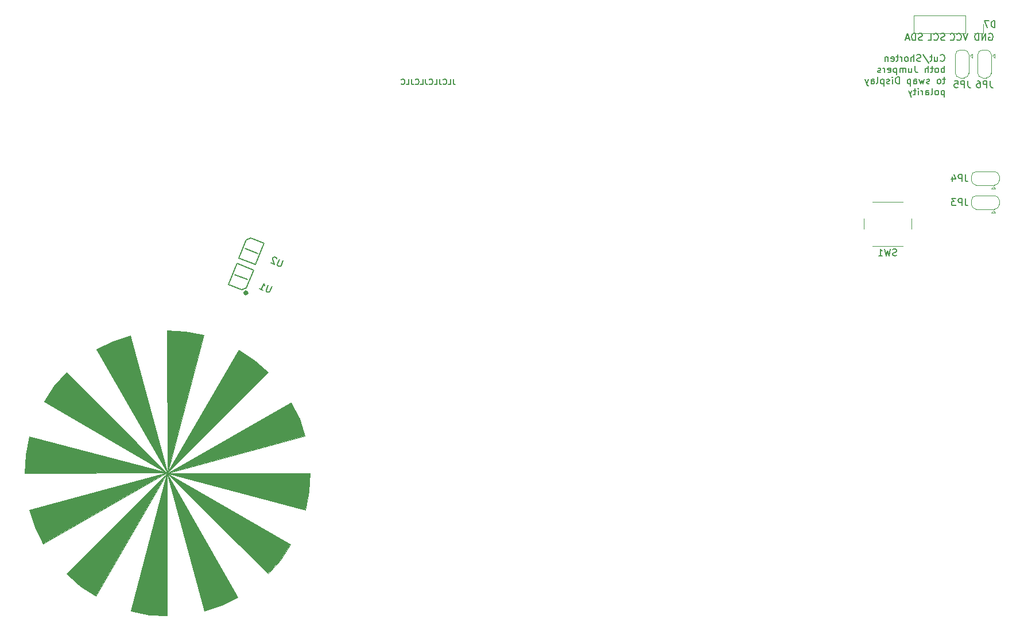
<source format=gbr>
G04 #@! TF.GenerationSoftware,KiCad,Pcbnew,(5.1.5-0-10_14)*
G04 #@! TF.CreationDate,2020-02-25T16:39:45+01:00*
G04 #@! TF.ProjectId,ErnoCCC,45726e6f-4343-4432-9e6b-696361645f70,rev?*
G04 #@! TF.SameCoordinates,Original*
G04 #@! TF.FileFunction,Legend,Bot*
G04 #@! TF.FilePolarity,Positive*
%FSLAX46Y46*%
G04 Gerber Fmt 4.6, Leading zero omitted, Abs format (unit mm)*
G04 Created by KiCad (PCBNEW (5.1.5-0-10_14)) date 2020-02-25 16:39:45*
%MOMM*%
%LPD*%
G04 APERTURE LIST*
%ADD10C,0.150000*%
%ADD11C,0.200000*%
%ADD12C,0.100000*%
%ADD13C,0.120000*%
G04 APERTURE END LIST*
D10*
X200372023Y-29106761D02*
X200229166Y-29154380D01*
X199991071Y-29154380D01*
X199895833Y-29106761D01*
X199848214Y-29059142D01*
X199800595Y-28963904D01*
X199800595Y-28868666D01*
X199848214Y-28773428D01*
X199895833Y-28725809D01*
X199991071Y-28678190D01*
X200181547Y-28630571D01*
X200276785Y-28582952D01*
X200324404Y-28535333D01*
X200372023Y-28440095D01*
X200372023Y-28344857D01*
X200324404Y-28249619D01*
X200276785Y-28202000D01*
X200181547Y-28154380D01*
X199943452Y-28154380D01*
X199800595Y-28202000D01*
X199372023Y-29154380D02*
X199372023Y-28154380D01*
X199133928Y-28154380D01*
X198991071Y-28202000D01*
X198895833Y-28297238D01*
X198848214Y-28392476D01*
X198800595Y-28582952D01*
X198800595Y-28725809D01*
X198848214Y-28916285D01*
X198895833Y-29011523D01*
X198991071Y-29106761D01*
X199133928Y-29154380D01*
X199372023Y-29154380D01*
X198419642Y-28868666D02*
X197943452Y-28868666D01*
X198514880Y-29154380D02*
X198181547Y-28154380D01*
X197848214Y-29154380D01*
X203674023Y-29106761D02*
X203531166Y-29154380D01*
X203293071Y-29154380D01*
X203197833Y-29106761D01*
X203150214Y-29059142D01*
X203102595Y-28963904D01*
X203102595Y-28868666D01*
X203150214Y-28773428D01*
X203197833Y-28725809D01*
X203293071Y-28678190D01*
X203483547Y-28630571D01*
X203578785Y-28582952D01*
X203626404Y-28535333D01*
X203674023Y-28440095D01*
X203674023Y-28344857D01*
X203626404Y-28249619D01*
X203578785Y-28202000D01*
X203483547Y-28154380D01*
X203245452Y-28154380D01*
X203102595Y-28202000D01*
X202102595Y-29059142D02*
X202150214Y-29106761D01*
X202293071Y-29154380D01*
X202388309Y-29154380D01*
X202531166Y-29106761D01*
X202626404Y-29011523D01*
X202674023Y-28916285D01*
X202721642Y-28725809D01*
X202721642Y-28582952D01*
X202674023Y-28392476D01*
X202626404Y-28297238D01*
X202531166Y-28202000D01*
X202388309Y-28154380D01*
X202293071Y-28154380D01*
X202150214Y-28202000D01*
X202102595Y-28249619D01*
X201197833Y-29154380D02*
X201674023Y-29154380D01*
X201674023Y-28154380D01*
X207071261Y-28154380D02*
X206737928Y-29154380D01*
X206404595Y-28154380D01*
X205499833Y-29059142D02*
X205547452Y-29106761D01*
X205690309Y-29154380D01*
X205785547Y-29154380D01*
X205928404Y-29106761D01*
X206023642Y-29011523D01*
X206071261Y-28916285D01*
X206118880Y-28725809D01*
X206118880Y-28582952D01*
X206071261Y-28392476D01*
X206023642Y-28297238D01*
X205928404Y-28202000D01*
X205785547Y-28154380D01*
X205690309Y-28154380D01*
X205547452Y-28202000D01*
X205499833Y-28249619D01*
X204499833Y-29059142D02*
X204547452Y-29106761D01*
X204690309Y-29154380D01*
X204785547Y-29154380D01*
X204928404Y-29106761D01*
X205023642Y-29011523D01*
X205071261Y-28916285D01*
X205118880Y-28725809D01*
X205118880Y-28582952D01*
X205071261Y-28392476D01*
X205023642Y-28297238D01*
X204928404Y-28202000D01*
X204785547Y-28154380D01*
X204690309Y-28154380D01*
X204547452Y-28202000D01*
X204499833Y-28249619D01*
X210214595Y-28202000D02*
X210309833Y-28154380D01*
X210452690Y-28154380D01*
X210595547Y-28202000D01*
X210690785Y-28297238D01*
X210738404Y-28392476D01*
X210786023Y-28582952D01*
X210786023Y-28725809D01*
X210738404Y-28916285D01*
X210690785Y-29011523D01*
X210595547Y-29106761D01*
X210452690Y-29154380D01*
X210357452Y-29154380D01*
X210214595Y-29106761D01*
X210166976Y-29059142D01*
X210166976Y-28725809D01*
X210357452Y-28725809D01*
X209738404Y-29154380D02*
X209738404Y-28154380D01*
X209166976Y-29154380D01*
X209166976Y-28154380D01*
X208690785Y-29154380D02*
X208690785Y-28154380D01*
X208452690Y-28154380D01*
X208309833Y-28202000D01*
X208214595Y-28297238D01*
X208166976Y-28392476D01*
X208119357Y-28582952D01*
X208119357Y-28725809D01*
X208166976Y-28916285D01*
X208214595Y-29011523D01*
X208309833Y-29106761D01*
X208452690Y-29154380D01*
X208690785Y-29154380D01*
D11*
X100774476Y-66246380D02*
X100774476Y-66627333D01*
X100679238Y-66627333D02*
X100679238Y-66246380D01*
X100584000Y-66151142D02*
X100584000Y-66722571D01*
X100488761Y-66627333D02*
X100488761Y-66246380D01*
X100393523Y-66246380D02*
X100393523Y-66627333D01*
X100774476Y-66532095D02*
X100584000Y-66722571D01*
X100393523Y-66532095D01*
X100774476Y-66341619D02*
X100584000Y-66151142D01*
X100393523Y-66341619D01*
X100774476Y-66246380D02*
X100584000Y-66151142D01*
X100393523Y-66246380D01*
X100298285Y-66436857D01*
X100393523Y-66627333D01*
X100584000Y-66722571D01*
X100774476Y-66627333D01*
X100869714Y-66436857D01*
X100774476Y-66246380D01*
D10*
X203054976Y-32172142D02*
X203102595Y-32219761D01*
X203245452Y-32267380D01*
X203340690Y-32267380D01*
X203483547Y-32219761D01*
X203578785Y-32124523D01*
X203626404Y-32029285D01*
X203674023Y-31838809D01*
X203674023Y-31695952D01*
X203626404Y-31505476D01*
X203578785Y-31410238D01*
X203483547Y-31315000D01*
X203340690Y-31267380D01*
X203245452Y-31267380D01*
X203102595Y-31315000D01*
X203054976Y-31362619D01*
X202197833Y-31600714D02*
X202197833Y-32267380D01*
X202626404Y-31600714D02*
X202626404Y-32124523D01*
X202578785Y-32219761D01*
X202483547Y-32267380D01*
X202340690Y-32267380D01*
X202245452Y-32219761D01*
X202197833Y-32172142D01*
X201864500Y-31600714D02*
X201483547Y-31600714D01*
X201721642Y-31267380D02*
X201721642Y-32124523D01*
X201674023Y-32219761D01*
X201578785Y-32267380D01*
X201483547Y-32267380D01*
X200435928Y-31219761D02*
X201293071Y-32505476D01*
X200150214Y-32219761D02*
X200007357Y-32267380D01*
X199769261Y-32267380D01*
X199674023Y-32219761D01*
X199626404Y-32172142D01*
X199578785Y-32076904D01*
X199578785Y-31981666D01*
X199626404Y-31886428D01*
X199674023Y-31838809D01*
X199769261Y-31791190D01*
X199959738Y-31743571D01*
X200054976Y-31695952D01*
X200102595Y-31648333D01*
X200150214Y-31553095D01*
X200150214Y-31457857D01*
X200102595Y-31362619D01*
X200054976Y-31315000D01*
X199959738Y-31267380D01*
X199721642Y-31267380D01*
X199578785Y-31315000D01*
X199150214Y-32267380D02*
X199150214Y-31267380D01*
X198721642Y-32267380D02*
X198721642Y-31743571D01*
X198769261Y-31648333D01*
X198864500Y-31600714D01*
X199007357Y-31600714D01*
X199102595Y-31648333D01*
X199150214Y-31695952D01*
X198102595Y-32267380D02*
X198197833Y-32219761D01*
X198245452Y-32172142D01*
X198293071Y-32076904D01*
X198293071Y-31791190D01*
X198245452Y-31695952D01*
X198197833Y-31648333D01*
X198102595Y-31600714D01*
X197959738Y-31600714D01*
X197864500Y-31648333D01*
X197816880Y-31695952D01*
X197769261Y-31791190D01*
X197769261Y-32076904D01*
X197816880Y-32172142D01*
X197864500Y-32219761D01*
X197959738Y-32267380D01*
X198102595Y-32267380D01*
X197340690Y-32267380D02*
X197340690Y-31600714D01*
X197340690Y-31791190D02*
X197293071Y-31695952D01*
X197245452Y-31648333D01*
X197150214Y-31600714D01*
X197054976Y-31600714D01*
X196864500Y-31600714D02*
X196483547Y-31600714D01*
X196721642Y-31267380D02*
X196721642Y-32124523D01*
X196674023Y-32219761D01*
X196578785Y-32267380D01*
X196483547Y-32267380D01*
X195769261Y-32219761D02*
X195864500Y-32267380D01*
X196054976Y-32267380D01*
X196150214Y-32219761D01*
X196197833Y-32124523D01*
X196197833Y-31743571D01*
X196150214Y-31648333D01*
X196054976Y-31600714D01*
X195864500Y-31600714D01*
X195769261Y-31648333D01*
X195721642Y-31743571D01*
X195721642Y-31838809D01*
X196197833Y-31934047D01*
X195293071Y-31600714D02*
X195293071Y-32267380D01*
X195293071Y-31695952D02*
X195245452Y-31648333D01*
X195150214Y-31600714D01*
X195007357Y-31600714D01*
X194912119Y-31648333D01*
X194864500Y-31743571D01*
X194864500Y-32267380D01*
X203626404Y-33917380D02*
X203626404Y-32917380D01*
X203626404Y-33298333D02*
X203531166Y-33250714D01*
X203340690Y-33250714D01*
X203245452Y-33298333D01*
X203197833Y-33345952D01*
X203150214Y-33441190D01*
X203150214Y-33726904D01*
X203197833Y-33822142D01*
X203245452Y-33869761D01*
X203340690Y-33917380D01*
X203531166Y-33917380D01*
X203626404Y-33869761D01*
X202578785Y-33917380D02*
X202674023Y-33869761D01*
X202721642Y-33822142D01*
X202769261Y-33726904D01*
X202769261Y-33441190D01*
X202721642Y-33345952D01*
X202674023Y-33298333D01*
X202578785Y-33250714D01*
X202435928Y-33250714D01*
X202340690Y-33298333D01*
X202293071Y-33345952D01*
X202245452Y-33441190D01*
X202245452Y-33726904D01*
X202293071Y-33822142D01*
X202340690Y-33869761D01*
X202435928Y-33917380D01*
X202578785Y-33917380D01*
X201959738Y-33250714D02*
X201578785Y-33250714D01*
X201816880Y-32917380D02*
X201816880Y-33774523D01*
X201769261Y-33869761D01*
X201674023Y-33917380D01*
X201578785Y-33917380D01*
X201245452Y-33917380D02*
X201245452Y-32917380D01*
X200816880Y-33917380D02*
X200816880Y-33393571D01*
X200864500Y-33298333D01*
X200959738Y-33250714D01*
X201102595Y-33250714D01*
X201197833Y-33298333D01*
X201245452Y-33345952D01*
X199293071Y-32917380D02*
X199293071Y-33631666D01*
X199340690Y-33774523D01*
X199435928Y-33869761D01*
X199578785Y-33917380D01*
X199674023Y-33917380D01*
X198388309Y-33250714D02*
X198388309Y-33917380D01*
X198816880Y-33250714D02*
X198816880Y-33774523D01*
X198769261Y-33869761D01*
X198674023Y-33917380D01*
X198531166Y-33917380D01*
X198435928Y-33869761D01*
X198388309Y-33822142D01*
X197912119Y-33917380D02*
X197912119Y-33250714D01*
X197912119Y-33345952D02*
X197864500Y-33298333D01*
X197769261Y-33250714D01*
X197626404Y-33250714D01*
X197531166Y-33298333D01*
X197483547Y-33393571D01*
X197483547Y-33917380D01*
X197483547Y-33393571D02*
X197435928Y-33298333D01*
X197340690Y-33250714D01*
X197197833Y-33250714D01*
X197102595Y-33298333D01*
X197054976Y-33393571D01*
X197054976Y-33917380D01*
X196578785Y-33250714D02*
X196578785Y-34250714D01*
X196578785Y-33298333D02*
X196483547Y-33250714D01*
X196293071Y-33250714D01*
X196197833Y-33298333D01*
X196150214Y-33345952D01*
X196102595Y-33441190D01*
X196102595Y-33726904D01*
X196150214Y-33822142D01*
X196197833Y-33869761D01*
X196293071Y-33917380D01*
X196483547Y-33917380D01*
X196578785Y-33869761D01*
X195293071Y-33869761D02*
X195388309Y-33917380D01*
X195578785Y-33917380D01*
X195674023Y-33869761D01*
X195721642Y-33774523D01*
X195721642Y-33393571D01*
X195674023Y-33298333D01*
X195578785Y-33250714D01*
X195388309Y-33250714D01*
X195293071Y-33298333D01*
X195245452Y-33393571D01*
X195245452Y-33488809D01*
X195721642Y-33584047D01*
X194816880Y-33917380D02*
X194816880Y-33250714D01*
X194816880Y-33441190D02*
X194769261Y-33345952D01*
X194721642Y-33298333D01*
X194626404Y-33250714D01*
X194531166Y-33250714D01*
X194245452Y-33869761D02*
X194150214Y-33917380D01*
X193959738Y-33917380D01*
X193864500Y-33869761D01*
X193816880Y-33774523D01*
X193816880Y-33726904D01*
X193864500Y-33631666D01*
X193959738Y-33584047D01*
X194102595Y-33584047D01*
X194197833Y-33536428D01*
X194245452Y-33441190D01*
X194245452Y-33393571D01*
X194197833Y-33298333D01*
X194102595Y-33250714D01*
X193959738Y-33250714D01*
X193864500Y-33298333D01*
X203769261Y-34900714D02*
X203388309Y-34900714D01*
X203626404Y-34567380D02*
X203626404Y-35424523D01*
X203578785Y-35519761D01*
X203483547Y-35567380D01*
X203388309Y-35567380D01*
X202912119Y-35567380D02*
X203007357Y-35519761D01*
X203054976Y-35472142D01*
X203102595Y-35376904D01*
X203102595Y-35091190D01*
X203054976Y-34995952D01*
X203007357Y-34948333D01*
X202912119Y-34900714D01*
X202769261Y-34900714D01*
X202674023Y-34948333D01*
X202626404Y-34995952D01*
X202578785Y-35091190D01*
X202578785Y-35376904D01*
X202626404Y-35472142D01*
X202674023Y-35519761D01*
X202769261Y-35567380D01*
X202912119Y-35567380D01*
X201435928Y-35519761D02*
X201340690Y-35567380D01*
X201150214Y-35567380D01*
X201054976Y-35519761D01*
X201007357Y-35424523D01*
X201007357Y-35376904D01*
X201054976Y-35281666D01*
X201150214Y-35234047D01*
X201293071Y-35234047D01*
X201388309Y-35186428D01*
X201435928Y-35091190D01*
X201435928Y-35043571D01*
X201388309Y-34948333D01*
X201293071Y-34900714D01*
X201150214Y-34900714D01*
X201054976Y-34948333D01*
X200674023Y-34900714D02*
X200483547Y-35567380D01*
X200293071Y-35091190D01*
X200102595Y-35567380D01*
X199912119Y-34900714D01*
X199102595Y-35567380D02*
X199102595Y-35043571D01*
X199150214Y-34948333D01*
X199245452Y-34900714D01*
X199435928Y-34900714D01*
X199531166Y-34948333D01*
X199102595Y-35519761D02*
X199197833Y-35567380D01*
X199435928Y-35567380D01*
X199531166Y-35519761D01*
X199578785Y-35424523D01*
X199578785Y-35329285D01*
X199531166Y-35234047D01*
X199435928Y-35186428D01*
X199197833Y-35186428D01*
X199102595Y-35138809D01*
X198626404Y-34900714D02*
X198626404Y-35900714D01*
X198626404Y-34948333D02*
X198531166Y-34900714D01*
X198340690Y-34900714D01*
X198245452Y-34948333D01*
X198197833Y-34995952D01*
X198150214Y-35091190D01*
X198150214Y-35376904D01*
X198197833Y-35472142D01*
X198245452Y-35519761D01*
X198340690Y-35567380D01*
X198531166Y-35567380D01*
X198626404Y-35519761D01*
X196959738Y-35567380D02*
X196959738Y-34567380D01*
X196721642Y-34567380D01*
X196578785Y-34615000D01*
X196483547Y-34710238D01*
X196435928Y-34805476D01*
X196388309Y-34995952D01*
X196388309Y-35138809D01*
X196435928Y-35329285D01*
X196483547Y-35424523D01*
X196578785Y-35519761D01*
X196721642Y-35567380D01*
X196959738Y-35567380D01*
X195959738Y-35567380D02*
X195959738Y-34900714D01*
X195959738Y-34567380D02*
X196007357Y-34615000D01*
X195959738Y-34662619D01*
X195912119Y-34615000D01*
X195959738Y-34567380D01*
X195959738Y-34662619D01*
X195531166Y-35519761D02*
X195435928Y-35567380D01*
X195245452Y-35567380D01*
X195150214Y-35519761D01*
X195102595Y-35424523D01*
X195102595Y-35376904D01*
X195150214Y-35281666D01*
X195245452Y-35234047D01*
X195388309Y-35234047D01*
X195483547Y-35186428D01*
X195531166Y-35091190D01*
X195531166Y-35043571D01*
X195483547Y-34948333D01*
X195388309Y-34900714D01*
X195245452Y-34900714D01*
X195150214Y-34948333D01*
X194674023Y-34900714D02*
X194674023Y-35900714D01*
X194674023Y-34948333D02*
X194578785Y-34900714D01*
X194388309Y-34900714D01*
X194293071Y-34948333D01*
X194245452Y-34995952D01*
X194197833Y-35091190D01*
X194197833Y-35376904D01*
X194245452Y-35472142D01*
X194293071Y-35519761D01*
X194388309Y-35567380D01*
X194578785Y-35567380D01*
X194674023Y-35519761D01*
X193626404Y-35567380D02*
X193721642Y-35519761D01*
X193769261Y-35424523D01*
X193769261Y-34567380D01*
X192816880Y-35567380D02*
X192816880Y-35043571D01*
X192864500Y-34948333D01*
X192959738Y-34900714D01*
X193150214Y-34900714D01*
X193245452Y-34948333D01*
X192816880Y-35519761D02*
X192912119Y-35567380D01*
X193150214Y-35567380D01*
X193245452Y-35519761D01*
X193293071Y-35424523D01*
X193293071Y-35329285D01*
X193245452Y-35234047D01*
X193150214Y-35186428D01*
X192912119Y-35186428D01*
X192816880Y-35138809D01*
X192435928Y-34900714D02*
X192197833Y-35567380D01*
X191959738Y-34900714D02*
X192197833Y-35567380D01*
X192293071Y-35805476D01*
X192340690Y-35853095D01*
X192435928Y-35900714D01*
X203626404Y-36550714D02*
X203626404Y-37550714D01*
X203626404Y-36598333D02*
X203531166Y-36550714D01*
X203340690Y-36550714D01*
X203245452Y-36598333D01*
X203197833Y-36645952D01*
X203150214Y-36741190D01*
X203150214Y-37026904D01*
X203197833Y-37122142D01*
X203245452Y-37169761D01*
X203340690Y-37217380D01*
X203531166Y-37217380D01*
X203626404Y-37169761D01*
X202578785Y-37217380D02*
X202674023Y-37169761D01*
X202721642Y-37122142D01*
X202769261Y-37026904D01*
X202769261Y-36741190D01*
X202721642Y-36645952D01*
X202674023Y-36598333D01*
X202578785Y-36550714D01*
X202435928Y-36550714D01*
X202340690Y-36598333D01*
X202293071Y-36645952D01*
X202245452Y-36741190D01*
X202245452Y-37026904D01*
X202293071Y-37122142D01*
X202340690Y-37169761D01*
X202435928Y-37217380D01*
X202578785Y-37217380D01*
X201674023Y-37217380D02*
X201769261Y-37169761D01*
X201816880Y-37074523D01*
X201816880Y-36217380D01*
X200864500Y-37217380D02*
X200864500Y-36693571D01*
X200912119Y-36598333D01*
X201007357Y-36550714D01*
X201197833Y-36550714D01*
X201293071Y-36598333D01*
X200864500Y-37169761D02*
X200959738Y-37217380D01*
X201197833Y-37217380D01*
X201293071Y-37169761D01*
X201340690Y-37074523D01*
X201340690Y-36979285D01*
X201293071Y-36884047D01*
X201197833Y-36836428D01*
X200959738Y-36836428D01*
X200864500Y-36788809D01*
X200388309Y-37217380D02*
X200388309Y-36550714D01*
X200388309Y-36741190D02*
X200340690Y-36645952D01*
X200293071Y-36598333D01*
X200197833Y-36550714D01*
X200102595Y-36550714D01*
X199769261Y-37217380D02*
X199769261Y-36550714D01*
X199769261Y-36217380D02*
X199816880Y-36265000D01*
X199769261Y-36312619D01*
X199721642Y-36265000D01*
X199769261Y-36217380D01*
X199769261Y-36312619D01*
X199435928Y-36550714D02*
X199054976Y-36550714D01*
X199293071Y-36217380D02*
X199293071Y-37074523D01*
X199245452Y-37169761D01*
X199150214Y-37217380D01*
X199054976Y-37217380D01*
X198816880Y-36550714D02*
X198578785Y-37217380D01*
X198340690Y-36550714D02*
X198578785Y-37217380D01*
X198674023Y-37455476D01*
X198721642Y-37503095D01*
X198816880Y-37550714D01*
X131203238Y-34867904D02*
X131203238Y-35439333D01*
X131241333Y-35553619D01*
X131317523Y-35629809D01*
X131431809Y-35667904D01*
X131508000Y-35667904D01*
X130441333Y-35667904D02*
X130822285Y-35667904D01*
X130822285Y-34867904D01*
X129717523Y-35591714D02*
X129755619Y-35629809D01*
X129869904Y-35667904D01*
X129946095Y-35667904D01*
X130060380Y-35629809D01*
X130136571Y-35553619D01*
X130174666Y-35477428D01*
X130212761Y-35325047D01*
X130212761Y-35210761D01*
X130174666Y-35058380D01*
X130136571Y-34982190D01*
X130060380Y-34906000D01*
X129946095Y-34867904D01*
X129869904Y-34867904D01*
X129755619Y-34906000D01*
X129717523Y-34944095D01*
X129146095Y-34867904D02*
X129146095Y-35439333D01*
X129184190Y-35553619D01*
X129260380Y-35629809D01*
X129374666Y-35667904D01*
X129450857Y-35667904D01*
X128384190Y-35667904D02*
X128765142Y-35667904D01*
X128765142Y-34867904D01*
X127660380Y-35591714D02*
X127698476Y-35629809D01*
X127812761Y-35667904D01*
X127888952Y-35667904D01*
X128003238Y-35629809D01*
X128079428Y-35553619D01*
X128117523Y-35477428D01*
X128155619Y-35325047D01*
X128155619Y-35210761D01*
X128117523Y-35058380D01*
X128079428Y-34982190D01*
X128003238Y-34906000D01*
X127888952Y-34867904D01*
X127812761Y-34867904D01*
X127698476Y-34906000D01*
X127660380Y-34944095D01*
X127088952Y-34867904D02*
X127088952Y-35439333D01*
X127127047Y-35553619D01*
X127203238Y-35629809D01*
X127317523Y-35667904D01*
X127393714Y-35667904D01*
X126327047Y-35667904D02*
X126708000Y-35667904D01*
X126708000Y-34867904D01*
X125603238Y-35591714D02*
X125641333Y-35629809D01*
X125755619Y-35667904D01*
X125831809Y-35667904D01*
X125946095Y-35629809D01*
X126022285Y-35553619D01*
X126060380Y-35477428D01*
X126098476Y-35325047D01*
X126098476Y-35210761D01*
X126060380Y-35058380D01*
X126022285Y-34982190D01*
X125946095Y-34906000D01*
X125831809Y-34867904D01*
X125755619Y-34867904D01*
X125641333Y-34906000D01*
X125603238Y-34944095D01*
X125031809Y-34867904D02*
X125031809Y-35439333D01*
X125069904Y-35553619D01*
X125146095Y-35629809D01*
X125260380Y-35667904D01*
X125336571Y-35667904D01*
X124269904Y-35667904D02*
X124650857Y-35667904D01*
X124650857Y-34867904D01*
X123546095Y-35591714D02*
X123584190Y-35629809D01*
X123698476Y-35667904D01*
X123774666Y-35667904D01*
X123888952Y-35629809D01*
X123965142Y-35553619D01*
X124003238Y-35477428D01*
X124041333Y-35325047D01*
X124041333Y-35210761D01*
X124003238Y-35058380D01*
X123965142Y-34982190D01*
X123888952Y-34906000D01*
X123774666Y-34867904D01*
X123698476Y-34867904D01*
X123584190Y-34906000D01*
X123546095Y-34944095D01*
D12*
G36*
X89034400Y-93066400D02*
G01*
X78595000Y-74803800D01*
X81008000Y-73610000D01*
X83548000Y-72771800D01*
X89034400Y-93066400D01*
G37*
X89034400Y-93066400D02*
X78595000Y-74803800D01*
X81008000Y-73610000D01*
X83548000Y-72771800D01*
X89034400Y-93066400D01*
G36*
X89009000Y-93041000D02*
G01*
X70848000Y-82500000D01*
X72321200Y-80214000D01*
X74150000Y-78182000D01*
X89009000Y-93041000D01*
G37*
X89009000Y-93041000D02*
X70848000Y-82500000D01*
X72321200Y-80214000D01*
X74150000Y-78182000D01*
X89009000Y-93041000D01*
G36*
X89034400Y-93015600D02*
G01*
X67976021Y-93041000D01*
X68104800Y-90335901D01*
X68663600Y-87630800D01*
X89034400Y-93015600D01*
G37*
X89034400Y-93015600D02*
X67976021Y-93041000D01*
X68104800Y-90335901D01*
X68663600Y-87630800D01*
X89034400Y-93015600D01*
G36*
X70721000Y-103455000D02*
G01*
X69527200Y-101042000D01*
X68689000Y-98502000D01*
X88983600Y-93015600D01*
X70721000Y-103455000D01*
G37*
X70721000Y-103455000D02*
X69527200Y-101042000D01*
X68689000Y-98502000D01*
X88983600Y-93015600D01*
X70721000Y-103455000D01*
G36*
X78468000Y-111202000D02*
G01*
X76182000Y-109728800D01*
X74150000Y-107900000D01*
X89009000Y-93041000D01*
X78468000Y-111202000D01*
G37*
X78468000Y-111202000D02*
X76182000Y-109728800D01*
X74150000Y-107900000D01*
X89009000Y-93041000D01*
X78468000Y-111202000D01*
G36*
X99423000Y-111329000D02*
G01*
X97010000Y-112522800D01*
X94470000Y-113361000D01*
X88983600Y-93066400D01*
X99423000Y-111329000D01*
G37*
X99423000Y-111329000D02*
X97010000Y-112522800D01*
X94470000Y-113361000D01*
X88983600Y-93066400D01*
X99423000Y-111329000D01*
G36*
X107170000Y-103582000D02*
G01*
X105696800Y-105868000D01*
X103868000Y-107900000D01*
X89009000Y-93041000D01*
X107170000Y-103582000D01*
G37*
X107170000Y-103582000D02*
X105696800Y-105868000D01*
X103868000Y-107900000D01*
X89009000Y-93041000D01*
X107170000Y-103582000D01*
G36*
X109913200Y-95746099D02*
G01*
X109354400Y-98451200D01*
X88983600Y-93066400D01*
X110041979Y-93041000D01*
X109913200Y-95746099D01*
G37*
X109913200Y-95746099D02*
X109354400Y-98451200D01*
X88983600Y-93066400D01*
X110041979Y-93041000D01*
X109913200Y-95746099D01*
G36*
X108490800Y-85040000D02*
G01*
X109329000Y-87580000D01*
X89034400Y-93066400D01*
X107297000Y-82627000D01*
X108490800Y-85040000D01*
G37*
X108490800Y-85040000D02*
X109329000Y-87580000D01*
X89034400Y-93066400D01*
X107297000Y-82627000D01*
X108490800Y-85040000D01*
G36*
X101836000Y-76353200D02*
G01*
X103868000Y-78182000D01*
X89009000Y-93041000D01*
X99550000Y-74880000D01*
X101836000Y-76353200D01*
G37*
X101836000Y-76353200D02*
X103868000Y-78182000D01*
X89009000Y-93041000D01*
X99550000Y-74880000D01*
X101836000Y-76353200D01*
G36*
X91714099Y-72136800D02*
G01*
X94419200Y-72695600D01*
X89034400Y-93066400D01*
X89009000Y-72008021D01*
X91714099Y-72136800D01*
G37*
X91714099Y-72136800D02*
X94419200Y-72695600D01*
X89034400Y-93066400D01*
X89009000Y-72008021D01*
X91714099Y-72136800D01*
G36*
X89009000Y-114073979D02*
G01*
X86303901Y-113945200D01*
X83598800Y-113386400D01*
X88983600Y-93015600D01*
X89009000Y-114073979D01*
G37*
X89009000Y-114073979D02*
X86303901Y-113945200D01*
X83598800Y-113386400D01*
X88983600Y-93015600D01*
X89009000Y-114073979D01*
D10*
X100815789Y-64471753D02*
X98961421Y-63722540D01*
X100666798Y-65700622D02*
X101734301Y-63062195D01*
X100003915Y-66006580D02*
X100666798Y-65700622D01*
X98016960Y-65203798D02*
X100003915Y-66006580D01*
X99282456Y-62071586D02*
X98016960Y-65203798D01*
X101734301Y-63062195D02*
X99282456Y-62071586D01*
X100479211Y-59861247D02*
X102333579Y-60610460D01*
X100628202Y-58632378D02*
X99560699Y-61270805D01*
X101291085Y-58326420D02*
X100628202Y-58632378D01*
X103278040Y-59129202D02*
X101291085Y-58326420D01*
X102012544Y-62261414D02*
X103278040Y-59129202D01*
X99560699Y-61270805D02*
X102012544Y-62261414D01*
D13*
X209250000Y-30589000D02*
G75*
G03X208550000Y-31289000I0J-700000D01*
G01*
X210550000Y-31289000D02*
G75*
G03X209850000Y-30589000I-700000J0D01*
G01*
X209850000Y-34689000D02*
G75*
G03X210550000Y-33989000I0J700000D01*
G01*
X208550000Y-33989000D02*
G75*
G03X209250000Y-34689000I700000J0D01*
G01*
X208550000Y-31239000D02*
X208550000Y-34039000D01*
X209250000Y-34689000D02*
X209850000Y-34689000D01*
X210550000Y-34039000D02*
X210550000Y-31239000D01*
X209850000Y-30589000D02*
X209250000Y-30589000D01*
X210750000Y-31439000D02*
X211050000Y-31139000D01*
X211050000Y-31139000D02*
X211050000Y-31739000D01*
X210750000Y-31439000D02*
X211050000Y-31739000D01*
X205948000Y-30589000D02*
G75*
G03X205248000Y-31289000I0J-700000D01*
G01*
X207248000Y-31289000D02*
G75*
G03X206548000Y-30589000I-700000J0D01*
G01*
X206548000Y-34689000D02*
G75*
G03X207248000Y-33989000I0J700000D01*
G01*
X205248000Y-33989000D02*
G75*
G03X205948000Y-34689000I700000J0D01*
G01*
X205248000Y-31239000D02*
X205248000Y-34039000D01*
X205948000Y-34689000D02*
X206548000Y-34689000D01*
X207248000Y-34039000D02*
X207248000Y-31239000D01*
X206548000Y-30589000D02*
X205948000Y-30589000D01*
X207448000Y-31439000D02*
X207748000Y-31139000D01*
X207748000Y-31139000D02*
X207748000Y-31739000D01*
X207448000Y-31439000D02*
X207748000Y-31739000D01*
X211727000Y-49230000D02*
G75*
G03X211027000Y-48530000I-700000J0D01*
G01*
X211027000Y-50530000D02*
G75*
G03X211727000Y-49830000I0J700000D01*
G01*
X207627000Y-49830000D02*
G75*
G03X208327000Y-50530000I700000J0D01*
G01*
X208327000Y-48530000D02*
G75*
G03X207627000Y-49230000I0J-700000D01*
G01*
X211077000Y-48530000D02*
X208277000Y-48530000D01*
X207627000Y-49230000D02*
X207627000Y-49830000D01*
X208277000Y-50530000D02*
X211077000Y-50530000D01*
X211727000Y-49830000D02*
X211727000Y-49230000D01*
X210877000Y-50730000D02*
X211177000Y-51030000D01*
X211177000Y-51030000D02*
X210577000Y-51030000D01*
X210877000Y-50730000D02*
X210577000Y-51030000D01*
X211727000Y-52786000D02*
G75*
G03X211027000Y-52086000I-700000J0D01*
G01*
X211027000Y-54086000D02*
G75*
G03X211727000Y-53386000I0J700000D01*
G01*
X207627000Y-53386000D02*
G75*
G03X208327000Y-54086000I700000J0D01*
G01*
X208327000Y-52086000D02*
G75*
G03X207627000Y-52786000I0J-700000D01*
G01*
X211077000Y-52086000D02*
X208277000Y-52086000D01*
X207627000Y-52786000D02*
X207627000Y-53386000D01*
X208277000Y-54086000D02*
X211077000Y-54086000D01*
X211727000Y-53386000D02*
X211727000Y-52786000D01*
X210877000Y-54286000D02*
X211177000Y-54586000D01*
X211177000Y-54586000D02*
X210577000Y-54586000D01*
X210877000Y-54286000D02*
X210577000Y-54586000D01*
X199076000Y-28130000D02*
X199076000Y-25470000D01*
X206756000Y-28130000D02*
X199076000Y-28130000D01*
X206756000Y-25470000D02*
X199076000Y-25470000D01*
X206756000Y-28130000D02*
X206756000Y-25470000D01*
X208026000Y-28130000D02*
X209356000Y-28130000D01*
X209356000Y-28130000D02*
X209356000Y-26800000D01*
X193006000Y-52997000D02*
X197506000Y-52997000D01*
X191756000Y-56997000D02*
X191756000Y-55497000D01*
X197506000Y-59497000D02*
X193006000Y-59497000D01*
X198756000Y-55497000D02*
X198756000Y-56997000D01*
D10*
X104434567Y-65486671D02*
X104131314Y-66237248D01*
X104051486Y-66307713D01*
X103989496Y-66334026D01*
X103883354Y-66342501D01*
X103706748Y-66271147D01*
X103636283Y-66191319D01*
X103609969Y-66129329D01*
X103601495Y-66023187D01*
X103904748Y-65272610D01*
X102602957Y-65825187D02*
X103132777Y-66039248D01*
X102867867Y-65932217D02*
X103242473Y-65005033D01*
X103277261Y-65173165D01*
X103329888Y-65297145D01*
X103400353Y-65376974D01*
X106085567Y-61676671D02*
X105782314Y-62427248D01*
X105702486Y-62497713D01*
X105640496Y-62524026D01*
X105534354Y-62532501D01*
X105357748Y-62461147D01*
X105287283Y-62381319D01*
X105260969Y-62319329D01*
X105252495Y-62213187D01*
X105555748Y-61462610D01*
X105122706Y-61390367D02*
X105096393Y-61328377D01*
X105025928Y-61248549D01*
X104805170Y-61159357D01*
X104699029Y-61167831D01*
X104637039Y-61194145D01*
X104557210Y-61264609D01*
X104521533Y-61352913D01*
X104512170Y-61503206D01*
X104827928Y-62247086D01*
X104253957Y-62015187D01*
X210383333Y-35139380D02*
X210383333Y-35853666D01*
X210430952Y-35996523D01*
X210526190Y-36091761D01*
X210669047Y-36139380D01*
X210764285Y-36139380D01*
X209907142Y-36139380D02*
X209907142Y-35139380D01*
X209526190Y-35139380D01*
X209430952Y-35187000D01*
X209383333Y-35234619D01*
X209335714Y-35329857D01*
X209335714Y-35472714D01*
X209383333Y-35567952D01*
X209430952Y-35615571D01*
X209526190Y-35663190D01*
X209907142Y-35663190D01*
X208478571Y-35139380D02*
X208669047Y-35139380D01*
X208764285Y-35187000D01*
X208811904Y-35234619D01*
X208907142Y-35377476D01*
X208954761Y-35567952D01*
X208954761Y-35948904D01*
X208907142Y-36044142D01*
X208859523Y-36091761D01*
X208764285Y-36139380D01*
X208573809Y-36139380D01*
X208478571Y-36091761D01*
X208430952Y-36044142D01*
X208383333Y-35948904D01*
X208383333Y-35710809D01*
X208430952Y-35615571D01*
X208478571Y-35567952D01*
X208573809Y-35520333D01*
X208764285Y-35520333D01*
X208859523Y-35567952D01*
X208907142Y-35615571D01*
X208954761Y-35710809D01*
X207081333Y-35139380D02*
X207081333Y-35853666D01*
X207128952Y-35996523D01*
X207224190Y-36091761D01*
X207367047Y-36139380D01*
X207462285Y-36139380D01*
X206605142Y-36139380D02*
X206605142Y-35139380D01*
X206224190Y-35139380D01*
X206128952Y-35187000D01*
X206081333Y-35234619D01*
X206033714Y-35329857D01*
X206033714Y-35472714D01*
X206081333Y-35567952D01*
X206128952Y-35615571D01*
X206224190Y-35663190D01*
X206605142Y-35663190D01*
X205128952Y-35139380D02*
X205605142Y-35139380D01*
X205652761Y-35615571D01*
X205605142Y-35567952D01*
X205509904Y-35520333D01*
X205271809Y-35520333D01*
X205176571Y-35567952D01*
X205128952Y-35615571D01*
X205081333Y-35710809D01*
X205081333Y-35948904D01*
X205128952Y-36044142D01*
X205176571Y-36091761D01*
X205271809Y-36139380D01*
X205509904Y-36139380D01*
X205605142Y-36091761D01*
X205652761Y-36044142D01*
X206700333Y-48982380D02*
X206700333Y-49696666D01*
X206747952Y-49839523D01*
X206843190Y-49934761D01*
X206986047Y-49982380D01*
X207081285Y-49982380D01*
X206224142Y-49982380D02*
X206224142Y-48982380D01*
X205843190Y-48982380D01*
X205747952Y-49030000D01*
X205700333Y-49077619D01*
X205652714Y-49172857D01*
X205652714Y-49315714D01*
X205700333Y-49410952D01*
X205747952Y-49458571D01*
X205843190Y-49506190D01*
X206224142Y-49506190D01*
X204795571Y-49315714D02*
X204795571Y-49982380D01*
X205033666Y-48934761D02*
X205271761Y-49649047D01*
X204652714Y-49649047D01*
X206700333Y-52538380D02*
X206700333Y-53252666D01*
X206747952Y-53395523D01*
X206843190Y-53490761D01*
X206986047Y-53538380D01*
X207081285Y-53538380D01*
X206224142Y-53538380D02*
X206224142Y-52538380D01*
X205843190Y-52538380D01*
X205747952Y-52586000D01*
X205700333Y-52633619D01*
X205652714Y-52728857D01*
X205652714Y-52871714D01*
X205700333Y-52966952D01*
X205747952Y-53014571D01*
X205843190Y-53062190D01*
X206224142Y-53062190D01*
X205319380Y-52538380D02*
X204700333Y-52538380D01*
X205033666Y-52919333D01*
X204890809Y-52919333D01*
X204795571Y-52966952D01*
X204747952Y-53014571D01*
X204700333Y-53109809D01*
X204700333Y-53347904D01*
X204747952Y-53443142D01*
X204795571Y-53490761D01*
X204890809Y-53538380D01*
X205176523Y-53538380D01*
X205271761Y-53490761D01*
X205319380Y-53443142D01*
X211094095Y-27252380D02*
X211094095Y-26252380D01*
X210856000Y-26252380D01*
X210713142Y-26300000D01*
X210617904Y-26395238D01*
X210570285Y-26490476D01*
X210522666Y-26680952D01*
X210522666Y-26823809D01*
X210570285Y-27014285D01*
X210617904Y-27109523D01*
X210713142Y-27204761D01*
X210856000Y-27252380D01*
X211094095Y-27252380D01*
X210189333Y-26252380D02*
X209522666Y-26252380D01*
X209951238Y-27252380D01*
X196589333Y-60901761D02*
X196446476Y-60949380D01*
X196208380Y-60949380D01*
X196113142Y-60901761D01*
X196065523Y-60854142D01*
X196017904Y-60758904D01*
X196017904Y-60663666D01*
X196065523Y-60568428D01*
X196113142Y-60520809D01*
X196208380Y-60473190D01*
X196398857Y-60425571D01*
X196494095Y-60377952D01*
X196541714Y-60330333D01*
X196589333Y-60235095D01*
X196589333Y-60139857D01*
X196541714Y-60044619D01*
X196494095Y-59997000D01*
X196398857Y-59949380D01*
X196160761Y-59949380D01*
X196017904Y-59997000D01*
X195684571Y-59949380D02*
X195446476Y-60949380D01*
X195256000Y-60235095D01*
X195065523Y-60949380D01*
X194827428Y-59949380D01*
X193922666Y-60949380D02*
X194494095Y-60949380D01*
X194208380Y-60949380D02*
X194208380Y-59949380D01*
X194303619Y-60092238D01*
X194398857Y-60187476D01*
X194494095Y-60235095D01*
M02*

</source>
